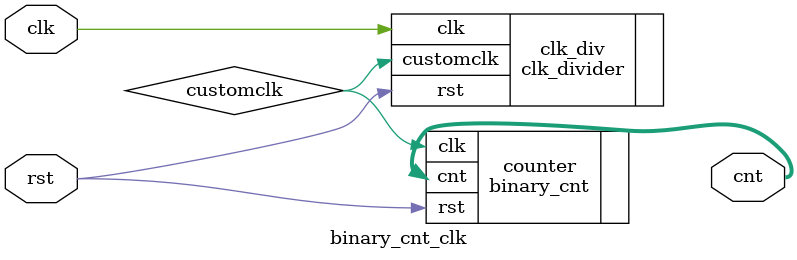
<source format=v>
`timescale 1ns / 1ps

/*
/////////////////////////////////////////////
//// COA LAB Assignment 5                ////
//// Group Number 23                     ////
//// Ashwani Kumar Kamal (20CS10011)     ////
//// Astitva (20CS30007)                 ////
/////////////////////////////////////////////
*/

// binary counter behavioral with clock divider

module binary_cnt_clk(
    input clk,
    input rst,
    output[3:0] cnt
    );

    wire customclk;

    // clk -> 1 bit clock
    // rst -> 1 bit reset bit
    clk_divider clk_div(.clk(clk), .rst(rst), .customclk(customclk));
    binary_cnt counter(.clk(customclk), .rst(rst), .cnt(cnt));
    
endmodule
</source>
